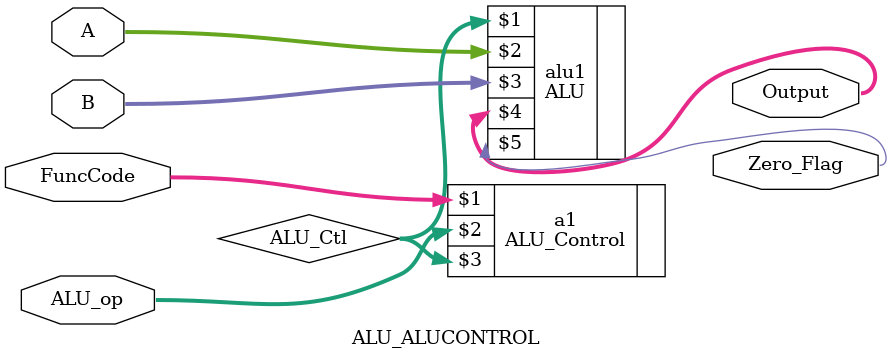
<source format=v>
`timescale 1ns / 1ps

module ALU_ALUCONTROL(
input   [5:0] FuncCode,
	input   [1:0] ALU_op,
	input  [31:0] A, B,
	output  [31:0] Output,
	output 		  Zero_Flag
    );


		wire [3:0] ALU_Ctl;
						
		ALU_Control	a1( FuncCode , ALU_op, ALU_Ctl);
						
		ALU alu1 ( ALU_Ctl, A, B, Output, Zero_Flag);

endmodule
</source>
